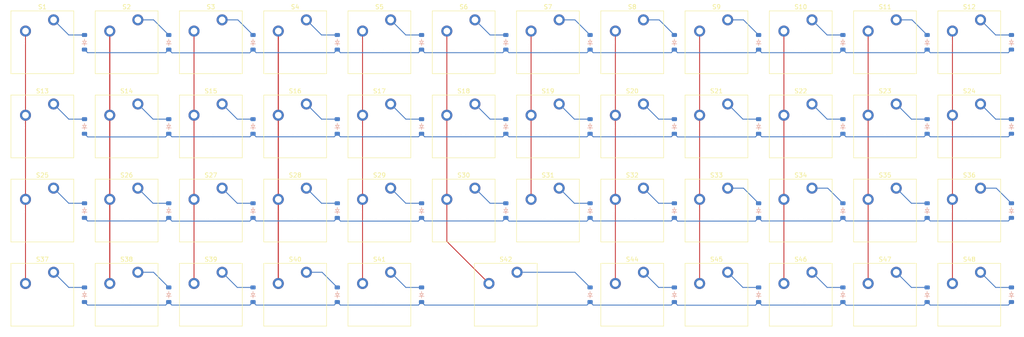
<source format=kicad_pcb>
(kicad_pcb (version 20241229) (generator "pcbnew") (generator_version "9.0")
  (layers (0 "F.Cu" signal) (2 "B.Cu" signal) (13 "F.Paste" user) (15 "B.Paste" user) (5 "F.SilkS" user "F.Silkscreen") (7 "B.SilkS" user "B.Silkscreen") (1 "F.Mask" user) (3 "B.Mask" user) (25 "Edge.Cuts" user))
  (net 0 "")
  (net 1 "Net-(D1-A)")
  (net 2 "Net-(D1-K)")
  (net 3 "Net-(D2-A)")
  (net 4 "Net-(D3-A)")
  (net 5 "Net-(D4-A)")
  (net 6 "Net-(D5-A)")
  (net 7 "Net-(D6-A)")
  (net 8 "Net-(D7-A)")
  (net 9 "Net-(D8-A)")
  (net 10 "Net-(D9-A)")
  (net 11 "Net-(D10-A)")
  (net 12 "Net-(D11-A)")
  (net 13 "Net-(D12-A)")
  (net 14 "Net-(D13-K)")
  (net 15 "Net-(D13-A)")
  (net 16 "Net-(D14-A)")
  (net 17 "Net-(D15-A)")
  (net 18 "Net-(D16-A)")
  (net 19 "Net-(D17-A)")
  (net 20 "Net-(D18-A)")
  (net 21 "Net-(D19-A)")
  (net 22 "Net-(D20-A)")
  (net 23 "Net-(D21-A)")
  (net 24 "Net-(D22-A)")
  (net 25 "Net-(D23-A)")
  (net 26 "Net-(D24-A)")
  (net 27 "Net-(D25-A)")
  (net 28 "Net-(D25-K)")
  (net 29 "Net-(D26-A)")
  (net 30 "Net-(D27-A)")
  (net 31 "Net-(D28-A)")
  (net 32 "Net-(D29-A)")
  (net 33 "Net-(D30-A)")
  (net 34 "Net-(D31-A)")
  (net 35 "Net-(D32-A)")
  (net 36 "Net-(D33-A)")
  (net 37 "Net-(D34-A)")
  (net 38 "Net-(D35-A)")
  (net 39 "Net-(D36-A)")
  (net 40 "Net-(D37-A)")
  (net 41 "Net-(D37-K)")
  (net 42 "Net-(D38-A)")
  (net 43 "Net-(D39-A)")
  (net 44 "Net-(D40-A)")
  (net 45 "Net-(D41-A)")
  (net 46 "Net-(D42-A)")
  (net 47 "Net-(D44-A)")
  (net 48 "Net-(D45-A)")
  (net 49 "Net-(D46-A)")
  (net 50 "Net-(D47-A)")
  (net 51 "Net-(D48-A)")
  (net 52 "Net-(S1-Pad1)")
  (net 53 "Net-(S14-Pad1)")
  (net 54 "Net-(S15-Pad1)")
  (net 55 "Net-(S16-Pad1)")
  (net 56 "Net-(S17-Pad1)")
  (net 57 "Net-(S18-Pad1)")
  (net 58 "Net-(S19-Pad1)")
  (net 59 "Net-(S20-Pad1)")
  (net 60 "Net-(S21-Pad1)")
  (net 61 "Net-(S10-Pad1)")
  (net 62 "Net-(S11-Pad1)")
  (net 63 "Net-(S12-Pad1)")
  (footprint "ScottoKeebs_MX:MX_PCB_1.00u" (layer "F.Cu") (at 157.1625 109.5375)
    (property "Reference" "S31")
    (property "Value" "Keyswitch")
  )
  (footprint "ScottoKeebs_MX:MX_PCB_1.00u" (layer "F.Cu") (at 80.9625 109.5375)
    (property "Reference" "S27")
    (property "Value" "Keyswitch")
  )
  (footprint "ScottoKeebs_MX:MX_PCB_1.00u" (layer "F.Cu") (at 61.9125 90.4875)
    (property "Reference" "S14")
    (property "Value" "Keyswitch")
  )
  (footprint "ScottoKeebs_MX:MX_PCB_1.00u" (layer "F.Cu") (at 61.9125 128.5875)
    (property "Reference" "S38")
    (property "Value" "Keyswitch")
  )
  (footprint "ScottoKeebs_MX:MX_PCB_1.00u" (layer "F.Cu") (at 100.0125 128.5875)
    (property "Reference" "S40")
    (property "Value" "Keyswitch")
  )
  (footprint "ScottoKeebs_MX:MX_PCB_1.00u" (layer "F.Cu") (at 119.0625 90.4875)
    (property "Reference" "S17")
    (property "Value" "Keyswitch")
  )
  (footprint "ScottoKeebs_MX:MX_PCB_1.00u" (layer "F.Cu") (at 80.9625 90.4875)
    (property "Reference" "S15")
    (property "Value" "Keyswitch")
  )
  (footprint "ScottoKeebs_MX:MX_PCB_1.00u" (layer "F.Cu") (at 233.3625 128.5875)
    (property "Reference" "S47")
    (property "Value" "Keyswitch")
  )
  (footprint "ScottoKeebs_MX:MX_PCB_2.00u" (layer "F.Cu") (at 147.6375 128.5875)
    (property "Reference" "S42")
    (property "Value" "Keyswitch")
  )
  (footprint "ScottoKeebs_MX:MX_PCB_1.00u" (layer "F.Cu") (at 195.2625 71.4375)
    (property "Reference" "S9")
    (property "Value" "Keyswitch")
  )
  (footprint "ScottoKeebs_MX:MX_PCB_1.00u" (layer "F.Cu") (at 176.2125 90.4875)
    (property "Reference" "S20")
    (property "Value" "Keyswitch")
  )
  (footprint "ScottoKeebs_MX:MX_PCB_1.00u" (layer "F.Cu") (at 252.4125 90.4875)
    (property "Reference" "S24")
    (property "Value" "Keyswitch")
  )
  (footprint "ScottoKeebs_MX:MX_PCB_1.00u" (layer "F.Cu") (at 42.8625 71.4375)
    (property "Reference" "S1")
    (property "Value" "Keyswitch")
  )
  (footprint "ScottoKeebs_MX:MX_PCB_1.00u" (layer "F.Cu") (at 214.3125 128.5875)
    (property "Reference" "S46")
    (property "Value" "Keyswitch")
  )
  (footprint "ScottoKeebs_MX:MX_PCB_1.00u" (layer "F.Cu") (at 119.0625 109.5375)
    (property "Reference" "S29")
    (property "Value" "Keyswitch")
  )
  (footprint "ScottoKeebs_MX:MX_PCB_1.00u" (layer "F.Cu") (at 195.2625 109.5375)
    (property "Reference" "S33")
    (property "Value" "Keyswitch")
  )
  (footprint "ScottoKeebs_MX:MX_PCB_1.00u" (layer "F.Cu") (at 61.9125 71.4375)
    (property "Reference" "S2")
    (property "Value" "Keyswitch")
  )
  (footprint "ScottoKeebs_MX:MX_PCB_1.00u" (layer "F.Cu") (at 157.1625 90.4875)
    (property "Reference" "S19")
    (property "Value" "Keyswitch")
  )
  (footprint "ScottoKeebs_MX:MX_PCB_1.00u" (layer "F.Cu") (at 176.2125 71.4375)
    (property "Reference" "S8")
    (property "Value" "Keyswitch")
  )
  (footprint "ScottoKeebs_MX:MX_PCB_1.00u" (layer "F.Cu") (at 195.2625 128.5875)
    (property "Reference" "S45")
    (property "Value" "Keyswitch")
  )
  (footprint "ScottoKeebs_MX:MX_PCB_1.00u" (layer "F.Cu") (at 176.2125 109.5375)
    (property "Reference" "S32")
    (property "Value" "Keyswitch")
  )
  (footprint "ScottoKeebs_MX:MX_PCB_1.00u" (layer "F.Cu") (at 233.3625 109.5375)
    (property "Reference" "S35")
    (property "Value" "Keyswitch")
  )
  (footprint "ScottoKeebs_MX:MX_PCB_1.00u" (layer "F.Cu") (at 195.2625 90.4875)
    (property "Reference" "S21")
    (property "Value" "Keyswitch")
  )
  (footprint "ScottoKeebs_MX:MX_PCB_1.00u" (layer "F.Cu") (at 138.1125 71.4375)
    (property "Reference" "S6")
    (property "Value" "Keyswitch")
  )
  (footprint "ScottoKeebs_MX:MX_PCB_1.00u" (layer "F.Cu") (at 233.3625 71.4375)
    (property "Reference" "S11")
    (property "Value" "Keyswitch")
  )
  (footprint "ScottoKeebs_MX:MX_PCB_1.00u" (layer "F.Cu") (at 214.3125 109.5375)
    (property "Reference" "S34")
    (property "Value" "Keyswitch")
  )
  (footprint "ScottoKeebs_MX:MX_PCB_1.00u" (layer "F.Cu") (at 42.8625 90.4875)
    (property "Reference" "S13")
    (property "Value" "Keyswitch")
  )
  (footprint "ScottoKeebs_MX:MX_PCB_1.00u" (layer "F.Cu") (at 42.8625 128.5875)
    (property "Reference" "S37")
    (property "Value" "Keyswitch")
  )
  (footprint "ScottoKeebs_MX:MX_PCB_1.00u" (layer "F.Cu") (at 119.0625 71.4375)
    (property "Reference" "S5")
    (property "Value" "Keyswitch")
  )
  (footprint "ScottoKeebs_MX:MX_PCB_1.00u" (layer "F.Cu") (at 252.4125 71.4375)
    (property "Reference" "S12")
    (property "Value" "Keyswitch")
  )
  (footprint "ScottoKeebs_MX:MX_PCB_1.00u" (layer "F.Cu") (at 100.0125 71.4375)
    (property "Reference" "S4")
    (property "Value" "Keyswitch")
  )
  (footprint "ScottoKeebs_MX:MX_PCB_1.00u" (layer "F.Cu") (at 138.1125 90.4875)
    (property "Reference" "S18")
    (property "Value" "Keyswitch")
  )
  (footprint "ScottoKeebs_MX:MX_PCB_1.00u" (layer "F.Cu") (at 100.0125 109.5375)
    (property "Reference" "S28")
    (property "Value" "Keyswitch")
  )
  (footprint "ScottoKeebs_MX:MX_PCB_1.00u" (layer "F.Cu") (at 252.4125 109.5375)
    (property "Reference" "S36")
    (property "Value" "Keyswitch")
  )
  (footprint "ScottoKeebs_MX:MX_PCB_1.00u" (layer "F.Cu") (at 233.3625 90.4875)
    (property "Reference" "S23")
    (property "Value" "Keyswitch")
  )
  (footprint "ScottoKeebs_MX:MX_PCB_1.00u" (layer "F.Cu") (at 138.1125 109.5375)
    (property "Reference" "S30")
    (property "Value" "Keyswitch")
  )
  (footprint "ScottoKeebs_MX:MX_PCB_1.00u" (layer "F.Cu") (at 100.0125 90.4875)
    (property "Reference" "S16")
    (property "Value" "Keyswitch")
  )
  (footprint "ScottoKeebs_MX:MX_PCB_1.00u" (layer "F.Cu") (at 61.9125 109.5375)
    (property "Reference" "S26")
    (property "Value" "Keyswitch")
  )
  (footprint "ScottoKeebs_MX:MX_PCB_1.00u" (layer "F.Cu") (at 176.2125 128.5875)
    (property "Reference" "S44")
    (property "Value" "Keyswitch")
  )
  (footprint "ScottoKeebs_MX:MX_PCB_1.00u" (layer "F.Cu") (at 214.3125 90.4875)
    (property "Reference" "S22")
    (property "Value" "Keyswitch")
  )
  (footprint "ScottoKeebs_MX:MX_PCB_1.00u" (layer "F.Cu") (at 214.3125 71.4375)
    (property "Reference" "S10")
    (property "Value" "Keyswitch")
  )
  (footprint "ScottoKeebs_MX:MX_PCB_1.00u" (layer "F.Cu") (at 80.9625 128.5875)
    (property "Reference" "S39")
    (property "Value" "Keyswitch")
  )
  (footprint "ScottoKeebs_MX:MX_PCB_1.00u" (layer "F.Cu") (at 252.4125 128.5875)
    (property "Reference" "S48")
    (property "Value" "Keyswitch")
  )
  (footprint "ScottoKeebs_MX:MX_PCB_1.00u" (layer "F.Cu") (at 42.8625 109.5375)
    (property "Reference" "S25")
    (property "Value" "Keyswitch")
  )
  (footprint "ScottoKeebs_MX:MX_PCB_1.00u" (layer "F.Cu") (at 80.9625 71.4375)
    (property "Reference" "S3")
    (property "Value" "Keyswitch")
  )
  (footprint "ScottoKeebs_MX:MX_PCB_1.00u" (layer "F.Cu") (at 119.0625 128.5875)
    (property "Reference" "S41")
    (property "Value" "Keyswitch")
  )
  (footprint "ScottoKeebs_MX:MX_PCB_1.00u" (layer "F.Cu") (at 157.1625 71.4375)
    (property "Reference" "S7")
    (property "Value" "Keyswitch")
  )
  (footprint "ScottoKeebs_Components:Diode_SOD-123" (layer "B.Cu") (at 166.6875 109.5375 90)
    (property "Reference" "D31" (hide yes))
    (property "Value" "Diode")
  )
  (footprint "ScottoKeebs_Components:Diode_SOD-123" (layer "B.Cu") (at 185.7375 109.5375 90)
    (property "Reference" "D32" (hide yes))
    (property "Value" "Diode")
  )
  (footprint "ScottoKeebs_Components:Diode_SOD-123" (layer "B.Cu") (at 90.4875 109.5375 90)
    (property "Reference" "D27" (hide yes))
    (property "Value" "Diode")
  )
  (footprint "ScottoKeebs_Components:Diode_SOD-123" (layer "B.Cu") (at 166.6875 128.5875 90)
    (property "Reference" "D42" (hide yes))
    (property "Value" "Diode")
  )
  (footprint "ScottoKeebs_Components:Diode_SOD-123" (layer "B.Cu") (at 242.8875 71.4375 90)
    (property "Reference" "D11" (hide yes))
    (property "Value" "Diode")
  )
  (footprint "ScottoKeebs_Components:Diode_SOD-123" (layer "B.Cu") (at 261.9375 109.5375 90)
    (property "Reference" "D36" (hide yes))
    (property "Value" "Diode")
  )
  (footprint "ScottoKeebs_Components:Diode_SOD-123" (layer "B.Cu") (at 185.7375 128.5875 90)
    (property "Reference" "D44" (hide yes))
    (property "Value" "Diode")
  )
  (footprint "ScottoKeebs_Components:Diode_SOD-123" (layer "B.Cu") (at 261.9375 128.5875 90)
    (property "Reference" "D48" (hide yes))
    (property "Value" "Diode")
  )
  (footprint "ScottoKeebs_Components:Diode_SOD-123" (layer "B.Cu") (at 52.3875 90.4875 90)
    (property "Reference" "D13" (hide yes))
    (property "Value" "Diode")
  )
  (footprint "ScottoKeebs_Components:Diode_SOD-123" (layer "B.Cu") (at 128.5875 109.5375 90)
    (property "Reference" "D29" (hide yes))
    (property "Value" "Diode")
  )
  (footprint "ScottoKeebs_Components:Diode_SOD-123" (layer "B.Cu") (at 109.5375 71.4375 90)
    (property "Reference" "D4" (hide yes))
    (property "Value" "Diode")
  )
  (footprint "ScottoKeebs_Components:Diode_SOD-123" (layer "B.Cu") (at 90.4875 71.4375 90)
    (property "Reference" "D3" (hide yes))
    (property "Value" "Diode")
  )
  (footprint "ScottoKeebs_Components:Diode_SOD-123" (layer "B.Cu") (at 52.3875 71.4375 90)
    (property "Reference" "D1" (hide yes))
    (property "Value" "Diode")
  )
  (footprint "ScottoKeebs_Components:Diode_SOD-123" (layer "B.Cu") (at 90.4875 128.5875 90)
    (property "Reference" "D39" (hide yes))
    (property "Value" "Diode")
  )
  (footprint "ScottoKeebs_Components:Diode_SOD-123" (layer "B.Cu") (at 71.4375 71.4375 90)
    (property "Reference" "D2" (hide yes))
    (property "Value" "Diode")
  )
  (footprint "ScottoKeebs_Components:Diode_SOD-123" (layer "B.Cu") (at 147.6375 90.4875 90)
    (property "Reference" "D18" (hide yes))
    (property "Value" "Diode")
  )
  (footprint "ScottoKeebs_Components:Diode_SOD-123" (layer "B.Cu") (at 242.8875 128.5875 90)
    (property "Reference" "D47" (hide yes))
    (property "Value" "Diode")
  )
  (footprint "ScottoKeebs_Components:Diode_SOD-123" (layer "B.Cu") (at 71.4375 90.4875 90)
    (property "Reference" "D14" (hide yes))
    (property "Value" "Diode")
  )
  (footprint "ScottoKeebs_Components:Diode_SOD-123" (layer "B.Cu") (at 71.4375 128.5875 90)
    (property "Reference" "D38" (hide yes))
    (property "Value" "Diode")
  )
  (footprint "ScottoKeebs_Components:Diode_SOD-123" (layer "B.Cu") (at 223.8375 128.5875 90)
    (property "Reference" "D46" (hide yes))
    (property "Value" "Diode")
  )
  (footprint "ScottoKeebs_Components:Diode_SOD-123" (layer "B.Cu") (at 242.8875 90.4875 90)
    (property "Reference" "D23" (hide yes))
    (property "Value" "Diode")
  )
  (footprint "ScottoKeebs_Components:Diode_SOD-123" (layer "B.Cu") (at 261.9375 90.4875 90)
    (property "Reference" "D24" (hide yes))
    (property "Value" "Diode")
  )
  (footprint "ScottoKeebs_Components:Diode_SOD-123" (layer "B.Cu") (at 223.8375 90.4875 90)
    (property "Reference" "D22" (hide yes))
    (property "Value" "Diode")
  )
  (footprint "ScottoKeebs_Components:Diode_SOD-123" (layer "B.Cu") (at 242.8875 109.5375 90)
    (property "Reference" "D35" (hide yes))
    (property "Value" "Diode")
  )
  (footprint "ScottoKeebs_Components:Diode_SOD-123" (layer "B.Cu") (at 185.7375 90.4875 90)
    (property "Reference" "D20" (hide yes))
    (property "Value" "Diode")
  )
  (footprint "ScottoKeebs_Components:Diode_SOD-123" (layer "B.Cu") (at 71.4375 109.5375 90)
    (property "Reference" "D26" (hide yes))
    (property "Value" "Diode")
  )
  (footprint "ScottoKeebs_Components:Diode_SOD-123" (layer "B.Cu") (at 204.7875 90.4875 90)
    (property "Reference" "D21" (hide yes))
    (property "Value" "Diode")
  )
  (footprint "ScottoKeebs_Components:Diode_SOD-123" (layer "B.Cu") (at 128.5875 128.5875 90)
    (property "Reference" "D41" (hide yes))
    (property "Value" "Diode")
  )
  (footprint "ScottoKeebs_Components:Diode_SOD-123" (layer "B.Cu") (at 204.7875 109.5375 90)
    (property "Reference" "D33" (hide yes))
    (property "Value" "Diode")
  )
  (footprint "ScottoKeebs_Components:Diode_SOD-123" (layer "B.Cu") (at 223.8375 71.4375 90)
    (property "Reference" "D10" (hide yes))
    (property "Value" "Diode")
  )
  (footprint "ScottoKeebs_Components:Diode_SOD-123" (layer "B.Cu") (at 52.3875 128.5875 90)
    (property "Reference" "D37" (hide yes))
    (property "Value" "Diode")
  )
  (footprint "ScottoKeebs_Components:Diode_SOD-123" (layer "B.Cu") (at 109.5375 90.4875 90)
    (property "Reference" "D16" (hide yes))
    (property "Value" "Diode")
  )
  (footprint "ScottoKeebs_Components:Diode_SOD-123" (layer "B.Cu") (at 109.5375 128.5875 90)
    (property "Reference" "D40" (hide yes))
    (property "Value" "Diode")
  )
  (footprint "ScottoKeebs_Components:Diode_SOD-123" (layer "B.Cu") (at 147.6375 109.5375 90)
    (property "Reference" "D30" (hide yes))
    (property "Value" "Diode")
  )
  (footprint "ScottoKeebs_Components:Diode_SOD-123" (layer "B.Cu") (at 90.4875 90.4875 90)
    (property "Reference" "D15" (hide yes))
    (property "Value" "Diode")
  )
  (footprint "ScottoKeebs_Components:Diode_SOD-123" (layer "B.Cu") (at 204.7875 128.5875 90)
    (property "Reference" "D45" (hide yes))
    (property "Value" "Diode")
  )
  (footprint "ScottoKeebs_Components:Diode_SOD-123" (layer "B.Cu") (at 128.5875 90.4875 90)
    (property "Reference" "D17" (hide yes))
    (property "Value" "Diode")
  )
  (footprint "ScottoKeebs_Components:Diode_SOD-123" (layer "B.Cu") (at 166.6875 71.4375 90)
    (property "Reference" "D7" (hide yes))
    (property "Value" "Diode")
  )
  (footprint "ScottoKeebs_Components:Diode_SOD-123" (layer "B.Cu") (at 261.9375 71.4375 90)
    (property "Reference" "D12" (hide yes))
    (property "Value" "Diode")
  )
  (footprint "ScottoKeebs_Components:Diode_SOD-123" (layer "B.Cu") (at 185.7375 71.4375 90)
    (property "Reference" "D8" (hide yes))
    (property "Value" "Diode")
  )
  (footprint "ScottoKeebs_Components:Diode_SOD-123" (layer "B.Cu") (at 52.3875 109.5375 90)
    (property "Reference" "D25" (hide yes))
    (property "Value" "Diode")
  )
  (footprint "ScottoKeebs_Components:Diode_SOD-123" (layer "B.Cu") (at 204.7875 71.4375 90)
    (property "Reference" "D9" (hide yes))
    (property "Value" "Diode")
  )
  (footprint "ScottoKeebs_Components:Diode_SOD-123" (layer "B.Cu") (at 109.5375 109.5375 90)
    (property "Reference" "D28" (hide yes))
    (property "Value" "Diode")
  )
  (footprint "ScottoKeebs_Components:Diode_SOD-123" (layer "B.Cu") (at 166.6875 90.4875 90)
    (property "Reference" "D19" (hide yes))
    (property "Value" "Diode")
  )
  (footprint "ScottoKeebs_Components:Diode_SOD-123" (layer "B.Cu") (at 128.5875 71.4375 90)
    (property "Reference" "D5" (hide yes))
    (property "Value" "Diode")
  )
  (footprint "ScottoKeebs_Components:Diode_SOD-123" (layer "B.Cu") (at 223.8375 109.5375 90)
    (property "Reference" "D34" (hide yes))
    (property "Value" "Diode")
  )
  (footprint "ScottoKeebs_Components:Diode_SOD-123" (layer "B.Cu") (at 147.6375 71.4375 90)
    (property "Reference" "D6" (hide yes))
    (property "Value" "Diode")
  )
  (segment (start 48.8325 69.7875) (end 52.3875 69.7875) (width 0.2) (layer "B.Cu") (net 1))
  (segment (start 45.4025 66.3575) (end 48.8325 69.7875) (width 0.2) (layer "B.Cu") (net 1))
  (segment (start 261.2365 73.7885) (end 243.5885 73.7885) (width 0.2) (layer "B.Cu") (net 2))
  (segment (start 204.0865 73.7885) (end 204.7875 73.0875) (width 0.2) (layer "B.Cu") (net 2))
  (segment (start 165.9865 73.7885) (end 166.6875 73.0875) (width 0.2) (layer "B.Cu") (net 2))
  (segment (start 185.0365 73.7885) (end 167.3885 73.7885) (width 0.2) (layer "B.Cu") (net 2))
  (segment (start 128.5875 73.0875) (end 129.2885 73.7885) (width 0.2) (layer "B.Cu") (net 2))
  (segment (start 90.4875 73.0875) (end 91.1885 73.7885) (width 0.2) (layer "B.Cu") (net 2))
  (segment (start 261.9375 73.0875) (end 261.2365 73.7885) (width 0.2) (layer "B.Cu") (net 2))
  (segment (start 127.8865 73.7885) (end 110.2385 73.7885) (width 0.2) (layer "B.Cu") (net 2))
  (segment (start 110.2385 73.7885) (end 109.5375 73.0875) (width 0.2) (layer "B.Cu") (net 2))
  (segment (start 147.6375 73.0875) (end 148.3385 73.7885) (width 0.2) (layer "B.Cu") (net 2))
  (segment (start 223.8375 73.0875) (end 224.5385 73.7885) (width 0.2) (layer "B.Cu") (net 2))
  (segment (start 224.5385 73.7885) (end 242.1865 73.7885) (width 0.2) (layer "B.Cu") (net 2))
  (segment (start 242.1865 73.7885) (end 242.8875 73.0875) (width 0.2) (layer "B.Cu") (net 2))
  (segment (start 89.75625 73.81875) (end 90.4875 73.0875) (width 0.2) (layer "B.Cu") (net 2))
  (segment (start 223.1365 73.7885) (end 205.4885 73.7885) (width 0.2) (layer "B.Cu") (net 2))
  (segment (start 205.4885 73.7885) (end 204.7875 73.0875) (width 0.2) (layer "B.Cu") (net 2))
  (segment (start 53.0885 73.7885) (end 70.7365 73.7885) (width 0.2) (layer "B.Cu") (net 2))
  (segment (start 186.4385 73.7885) (end 204.0865 73.7885) (width 0.2) (layer "B.Cu") (net 2))
  (segment (start 146.9365 73.7885) (end 147.6375 73.0875) (width 0.2) (layer "B.Cu") (net 2))
  (segment (start 223.8375 73.0875) (end 223.1365 73.7885) (width 0.2) (layer "B.Cu") (net 2))
  (segment (start 70.7365 73.7885) (end 71.4375 73.0875) (width 0.2) (layer "B.Cu") (net 2))
  (segment (start 167.3885 73.7885) (end 166.6875 73.0875) (width 0.2) (layer "B.Cu") (net 2))
  (segment (start 148.3385 73.7885) (end 165.9865 73.7885) (width 0.2) (layer "B.Cu") (net 2))
  (segment (start 243.5885 73.7885) (end 242.8875 73.0875) (width 0.2) (layer "B.Cu") (net 2))
  (segment (start 185.7375 73.0875) (end 185.0365 73.7885) (width 0.2) (layer "B.Cu") (net 2))
  (segment (start 52.3875 73.0875) (end 53.0885 73.7885) (width 0.2) (layer "B.Cu") (net 2))
  (segment (start 72.16875 73.81875) (end 89.75625 73.81875) (width 0.2) (layer "B.Cu") (net 2))
  (segment (start 129.2885 73.7885) (end 146.9365 73.7885) (width 0.2) (layer "B.Cu") (net 2))
  (segment (start 71.4375 73.0875) (end 72.16875 73.81875) (width 0.2) (layer "B.Cu") (net 2))
  (segment (start 128.5875 73.0875) (end 127.8865 73.7885) (width 0.2) (layer "B.Cu") (net 2))
  (segment (start 185.7375 73.0875) (end 186.4385 73.7885) (width 0.2) (layer "B.Cu") (net 2))
  (segment (start 108.8365 73.7885) (end 109.5375 73.0875) (width 0.2) (layer "B.Cu") (net 2))
  (segment (start 91.1885 73.7885) (end 108.8365 73.7885) (width 0.2) (layer "B.Cu") (net 2))
  (segment (start 68.0075 66.3575) (end 71.4375 69.7875) (width 0.2) (layer "B.Cu") (net 3))
  (segment (start 64.4525 66.3575) (end 68.0075 66.3575) (width 0.2) (layer "B.Cu") (net 3))
  (segment (start 83.5025 66.3575) (end 87.0575 66.3575) (width 0.2) (layer "B.Cu") (net 4))
  (segment (start 87.0575 66.3575) (end 90.4875 69.7875) (width 0.2) (layer "B.Cu") (net 4))
  (segment (start 102.5525 66.3575) (end 105.9825 69.7875) (width 0.2) (layer "B.Cu") (net 5))
  (segment (start 105.9825 69.7875) (end 109.5375 69.7875) (width 0.2) (layer "B.Cu") (net 5))
  (segment (start 125.0325 69.7875) (end 128.5875 69.7875) (width 0.2) (layer "B.Cu") (net 6))
  (segment (start 121.6025 66.3575) (end 125.0325 69.7875) (width 0.2) (layer "B.Cu") (net 6))
  (segment (start 144.0825 69.7875) (end 147.6375 69.7875) (width 0.2) (layer "B.Cu") (net 7))
  (segment (start 140.6525 66.3575) (end 144.0825 69.7875) (width 0.2) (layer "B.Cu") (net 7))
  (segment (start 159.7025 66.3575) (end 163.2575 66.3575) (width 0.2) (layer "B.Cu") (net 8))
  (segment (start 163.2575 66.3575) (end 166.6875 69.7875) (width 0.2) (layer "B.Cu") (net 8))
  (segment (start 178.7525 66.3575) (end 182.3075 66.3575) (width 0.2) (layer "B.Cu") (net 9))
  (segment (start 182.3075 66.3575) (end 185.7375 69.7875) (width 0.2) (layer "B.Cu") (net 9))
  (segment (start 197.8025 66.3575) (end 201.3575 66.3575) (width 0.2) (layer "B.Cu") (net 10))
  (segment (start 201.3575 66.3575) (end 204.7875 69.7875) (width 0.2) (layer "B.Cu") (net 10))
  (segment (start 216.8525 66.3575) (end 220.2825 69.7875) (width 0.2) (layer "B.Cu") (net 11))
  (segment (start 220.2825 69.7875) (end 223.8375 69.7875) (width 0.2) (layer "B.Cu") (net 11))
  (segment (start 239.4575 66.3575) (end 242.8875 69.7875) (width 0.2) (layer "B.Cu") (net 12))
  (segment (start 235.9025 66.3575) (end 239.4575 66.3575) (width 0.2) (layer "B.Cu") (net 12))
  (segment (start 254.9525 66.3575) (end 258.3825 69.7875) (width 0.2) (layer "B.Cu") (net 13))
  (segment (start 258.3825 69.7875) (end 261.9375 69.7875) (width 0.2) (layer "B.Cu") (net 13))
  (segment (start 205.4885 92.8385) (end 223.1365 92.8385) (width 0.2) (layer "B.Cu") (net 14))
  (segment (start 185.7375 92.1375) (end 186.46875 92.86875) (width 0.2) (layer "B.Cu") (net 14))
  (segment (start 167.3885 92.8385) (end 185.0365 92.8385) (width 0.2) (layer "B.Cu") (net 14))
  (segment (start 224.5385 92.8385) (end 223.8375 92.1375) (width 0.2) (layer "B.Cu") (net 14))
  (segment (start 108.8365 92.8385) (end 109.5375 92.1375) (width 0.2) (layer "B.Cu") (net 14))
  (segment (start 71.4375 92.1375) (end 72.1385 92.8385) (width 0.2) (layer "B.Cu") (net 14))
  (segment (start 90.4875 92.1375) (end 91.1885 92.8385) (width 0.2) (layer "B.Cu") (net 14))
  (segment (start 165.9865 92.8385) (end 148.3385 92.8385) (width 0.2) (layer "B.Cu") (net 14))
  (segment (start 242.1865 92.8385) (end 224.5385 92.8385) (width 0.2) (layer "B.Cu") (net 14))
  (segment (start 242.8875 92.1375) (end 243.5885 92.8385) (width 0.2) (layer "B.Cu") (net 14))
  (segment (start 204.05625 92.86875) (end 204.7875 92.1375) (width 0.2) (layer "B.Cu") (net 14))
  (segment (start 91.1885 92.8385) (end 108.8365 92.8385) (width 0.2) (layer "B.Cu") (net 14))
  (segment (start 72.1385 92.8385) (end 89.7865 92.8385) (width 0.2) (layer "B.Cu") (net 14))
  (segment (start 204.7875 92.1375) (end 205.4885 92.8385) (width 0.2) (layer "B.Cu") (net 14))
  (segment (start 129.2885 92.8385) (end 146.9365 92.8385) (width 0.2) (layer "B.Cu") (net 14))
  (segment (start 166.6875 92.1375) (end 167.3885 92.8385) (width 0.2) (layer "B.Cu") (net 14))
  (segment (start 261.2365 92.8385) (end 261.9375 92.1375) (width 0.2) (layer "B.Cu") (net 14))
  (segment (start 109.5375 92.1375) (end 110.2385 92.8385) (width 0.2) (layer "B.Cu") (net 14))
  (segment (start 52.3875 92.1375) (end 53.11875 92.86875) (width 0.2) (layer "B.Cu") (net 14))
  (segment (start 110.2385 92.8385) (end 127.8865 92.8385) (width 0.2) (layer "B.Cu") (net 14))
  (segment (start 146.9365 92.8385) (end 147.6375 92.1375) (width 0.2) (layer "B.Cu") (net 14))
  (segment (start 243.5885 92.8385) (end 261.2365 92.8385) (width 0.2) (layer "B.Cu") (net 14))
  (segment (start 223.1365 92.8385) (end 223.8375 92.1375) (width 0.2) (layer "B.Cu") (net 14))
  (segment (start 53.11875 92.86875) (end 70.70625 92.86875) (width 0.2) (layer "B.Cu") (net 14))
  (segment (start 148.3385 92.8385) (end 147.6375 92.1375) (width 0.2) (layer "B.Cu") (net 14))
  (segment (start 242.8875 92.1375) (end 242.1865 92.8385) (width 0.2) (layer "B.Cu") (net 14))
  (segment (start 128.5875 92.1375) (end 129.2885 92.8385) (width 0.2) (layer "B.Cu") (net 14))
  (segment (start 186.46875 92.86875) (end 204.05625 92.86875) (width 0.2) (layer "B.Cu") (net 14))
  (segment (start 166.6875 92.1375) (end 165.9865 92.8385) (width 0.2) (layer "B.Cu") (net 14))
  (segment (start 70.70625 92.86875) (end 71.4375 92.1375) (width 0.2) (layer "B.Cu") (net 14))
  (segment (start 89.7865 92.8385) (end 90.4875 92.1375) (width 0.2) (layer "B.Cu") (net 14))
  (segment (start 127.8865 92.8385) (end 128.5875 92.1375) (width 0.2) (layer "B.Cu") (net 14))
  (segment (start 185.0365 92.8385) (end 185.7375 92.1375) (width 0.2) (layer "B.Cu") (net 14))
  (segment (start 45.4025 85.4075) (end 48.8325 88.8375) (width 0.2) (layer "B.Cu") (net 15))
  (segment (start 48.8325 88.8375) (end 52.3875 88.8375) (width 0.2) (layer "B.Cu") (net 15))
  (segment (start 67.8825 88.8375) (end 71.4375 88.8375) (width 0.2) (layer "B.Cu") (net 16))
  (segment (start 64.4525 85.4075) (end 67.8825 88.8375) (width 0.2) (layer "B.Cu") (net 16))
  (segment (start 86.9325 88.8375) (end 90.4875 88.8375) (width 0.2) (layer "B.Cu") (net 17))
  (segment (start 83.5025 85.4075) (end 86.9325 88.8375) (width 0.2) (layer "B.Cu") (net 17))
  (segment (start 105.9825 88.8375) (end 109.5375 88.8375) (width 0.2) (layer "B.Cu") (net 18))
  (segment (start 102.5525 85.4075) (end 105.9825 88.8375) (width 0.2) (layer "B.Cu") (net 18))
  (segment (start 121.6025 85.4075) (end 125.0325 88.8375) (width 0.2) (layer "B.Cu") (net 19))
  (segment (start 125.0325 88.8375) (end 128.5875 88.8375) (width 0.2) (layer "B.Cu") (net 19))
  (segment (start 140.6525 85.4075) (end 144.0825 88.8375) (width 0.2) (layer "B.Cu") (net 20))
  (segment (start 144.0825 88.8375) (end 147.6375 88.8375) (width 0.2) (layer "B.Cu") (net 20))
  (segment (start 163.1325 88.8375) (end 166.6875 88.8375) (width 0.2) (layer "B.Cu") (net 21))
  (segment (start 159.7025 85.4075) (end 163.1325 88.8375) (width 0.2) (layer "B.Cu") (net 21))
  (segment (start 182.1825 88.8375) (end 185.7375 88.8375) (width 0.2) (layer "B.Cu") (net 22))
  (segment (start 178.7525 85.4075) (end 182.1825 88.8375) (width 0.2) (layer "B.Cu") (net 22))
  (segment (start 197.8025 85.4075) (end 201.2325 88.8375) (width 0.2) (layer "B.Cu") (net 23))
  (segment (start 201.2325 88.8375) (end 204.7875 88.8375) (width 0.2) (layer "B.Cu") (net 23))
  (segment (start 220.2825 88.8375) (end 223.8375 88.8375) (width 0.2) (layer "B.Cu") (net 24))
  (segment (start 216.8525 85.4075) (end 220.2825 88.8375) (width 0.2) (layer "B.Cu") (net 24))
  (segment (start 235.9025 85.4075) (end 239.3325 88.8375) (width 0.2) (layer "B.Cu") (net 25))
  (segment (start 239.3325 88.8375) (end 242.8875 88.8375) (width 0.2) (layer "B.Cu") (net 25))
  (segment (start 254.9525 85.4075) (end 258.3825 88.8375) (width 0.2) (layer "B.Cu") (net 26))
  (segment (start 258.3825 88.8375) (end 261.9375 88.8375) (width 0.2) (layer "B.Cu") (net 26))
  (segment (start 45.4025 104.4575) (end 48.8325 107.8875) (width 0.2) (layer "B.Cu") (net 27))
  (segment (start 48.8325 107.8875) (end 52.3875 107.8875) (width 0.2) (layer "B.Cu") (net 27))
  (segment (start 127.85625 111.91875) (end 128.5875 111.1875) (width 0.2) (layer "B.Cu") (net 28))
  (segment (start 147.6375 111.1875) (end 148.36875 111.91875) (width 0.2) (layer "B.Cu") (net 28))
  (segment (start 70.7365 111.8885) (end 71.4375 111.1875) (width 0.2) (layer "B.Cu") (net 28))
  (segment (start 185.0365 111.8885) (end 185.7375 111.1875) (width 0.2) (layer "B.Cu") (net 28))
  (segment (start 242.1865 111.8885) (end 242.8875 111.1875) (width 0.2) (layer "B.Cu") (net 28))
  (segment (start 243.5885 111.8885) (end 261.2365 111.8885) (width 0.2) (layer "B.Cu") (net 28))
  (segment (start 89.75625 111.91875) (end 90.4875 111.1875) (width 0.2) (layer "B.Cu") (net 28))
  (segment (start 261.2365 111.8885) (end 261.9375 111.1875) (width 0.2) (layer "B.Cu") (net 28))
  (segment (start 53.0885 111.8885) (end 70.7365 111.8885) (width 0.2) (layer "B.Cu") (net 28))
  (segment (start 109.5375 111.1875) (end 110.26875 111.91875) (width 0.2) (layer "B.Cu") (net 28))
  (segment (start 147.6375 111.1875) (end 146.9365 111.8885) (width 0.2) (layer "B.Cu") (net 28))
  (segment (start 166.6875 111.1875) (end 167.3885 111.8885) (width 0.2) (layer "B.Cu") (net 28))
  (segment (start 148.36875 111.91875) (end 165.95625 111.91875) (width 0.2) (layer "B.Cu") (net 28))
  (segment (start 204.7875 111.1875) (end 205.4885 111.8885) (width 0.2) (layer "B.Cu") (net 28))
  (segment (start 224.5385 111.8885) (end 242.1865 111.8885) (width 0.2) (layer "B.Cu") (net 28))
  (segment (start 185.7375 111.1875) (end 186.46875 111.91875) (width 0.2) (layer "B.Cu") (net 28))
  (segment (start 223.8375 111.1875) (end 224.5385 111.8885) (width 0.2) (layer "B.Cu") (net 28))
  (segment (start 52.3875 111.1875) (end 53.0885 111.8885) (width 0.2) (layer "B.Cu") (net 28))
  (segment (start 242.8875 111.1875) (end 243.5885 111.8885) (width 0.2) (layer "B.Cu") (net 28))
  (segment (start 129.2885 111.8885) (end 128.5875 111.1875) (width 0.2) (layer "B.Cu") (net 28))
  (segment (start 205.4885 111.8885) (end 223.1365 111.8885) (width 0.2) (layer "B.Cu") (net 28))
  (segment (start 71.4375 111.1875) (end 72.16875 111.91875) (width 0.2) (layer "B.Cu") (net 28))
  (segment (start 91.1885 111.8885) (end 108.8365 111.8885) (width 0.2) (layer "B.Cu") (net 28))
  (segment (start 165.95625 111.91875) (end 166.6875 111.1875) (width 0.2) (layer "B.Cu") (net 28))
  (segment (start 108.8365 111.8885) (end 109.5375 111.1875) (width 0.2) (layer "B.Cu") (net 28))
  (segment (start 72.16875 111.91875) (end 89.75625 111.91875) (width 0.2) (layer "B.Cu") (net 28))
  (segment (start 223.1365 111.8885) (end 223.8375 111.1875) (width 0.2) (layer "B.Cu") (net 28))
  (segment (start 146.9365 111.8885) (end 129.2885 111.8885) (width 0.2) (layer "B.Cu") (net 28))
  (segment (start 90.4875 111.1875) (end 91.1885 111.8885) (width 0.2) (layer "B.Cu") (net 28))
  (segment (start 110.26875 111.91875) (end 127.85625 111.91875) (width 0.2) (layer "B.Cu") (net 28))
  (segment (start 204.05625 111.91875) (end 204.7875 111.1875) (width 0.2) (layer "B.Cu") (net 28))
  (segment (start 167.3885 111.8885) (end 185.0365 111.8885) (width 0.2) (layer "B.Cu") (net 28))
  (segment (start 186.46875 111.91875) (end 204.05625 111.91875) (width 0.2) (layer "B.Cu") (net 28))
  (segment (start 64.4525 104.4575) (end 67.8825 107.8875) (width 0.2) (layer "B.Cu") (net 29))
  (segment (start 67.8825 107.8875) (end 71.4375 107.8875) (width 0.2) (layer "B.Cu") (net 29))
  (segment (start 83.5025 104.4575) (end 86.9325 107.8875) (width 0.2) (layer "B.Cu") (net 30))
  (segment (start 86.9325 107.8875) (end 90.4875 107.8875) (width 0.2) (layer "B.Cu") (net 30))
  (segment (start 102.5525 104.4575) (end 105.9825 107.8875) (width 0.2) (layer "B.Cu") (net 31))
  (segment (start 105.9825 107.8875) (end 109.5375 107.8875) (width 0.2) (layer "B.Cu") (net 31))
  (segment (start 121.6025 104.4575) (end 125.0325 107.8875) (width 0.2) (layer "B.Cu") (net 32))
  (segment (start 125.0325 107.8875) (end 128.5875 107.8875) (width 0.2) (layer "B.Cu") (net 32))
  (segment (start 144.0825 107.8875) (end 147.6375 107.8875) (width 0.2) (layer "B.Cu") (net 33))
  (segment (start 140.6525 104.4575) (end 144.0825 107.8875) (width 0.2) (layer "B.Cu") (net 33))
  (segment (start 163.1325 107.8875) (end 166.6875 107.8875) (width 0.2) (layer "B.Cu") (net 34))
  (segment (start 159.7025 104.4575) (end 163.1325 107.8875) (width 0.2) (layer "B.Cu") (net 34))
  (segment (start 182.1825 107.8875) (end 185.7375 107.8875) (width 0.2) (layer "B.Cu") (net 35))
  (segment (start 178.7525 104.4575) (end 182.1825 107.8875) (width 0.2) (layer "B.Cu") (net 35))
  (segment (start 197.8025 104.4575) (end 201.3575 104.4575) (width 0.2) (layer "B.Cu") (net 36))
  (segment (start 201.3575 104.4575) (end 204.7875 107.8875) (width 0.2) (layer "B.Cu") (net 36))
  (segment (start 216.8525 104.4575) (end 220.4075 104.4575) (width 0.2) (layer "B.Cu") (net 37))
  (segment (start 220.4075 104.4575) (end 223.8375 107.8875) (width 0.2) (layer "B.Cu") (net 37))
  (segment (start 239.3325 107.8875) (end 242.8875 107.8875) (width 0.2) (layer "B.Cu") (net 38))
  (segment (start 235.9025 104.4575) (end 239.3325 107.8875) (width 0.2) (layer "B.Cu") (net 38))
  (segment (start 254.9525 104.4575) (end 258.5075 104.4575) (width 0.2) (layer "B.Cu") (net 39))
  (segment (start 258.5075 104.4575) (end 261.9375 107.8875) (width 0.2) (layer "B.Cu") (net 39))
  (segment (start 45.4025 123.5075) (end 48.8325 126.9375) (width 0.2) (layer "B.Cu") (net 40))
  (segment (start 48.8325 126.9375) (end 52.3875 126.9375) (width 0.2) (layer "B.Cu") (net 40))
  (segment (start 70.7365 130.9385) (end 53.0885 130.9385) (width 0.2) (layer "B.Cu") (net 41))
  (segment (start 91.1885 130.9385) (end 90.4875 130.2375) (width 0.2) (layer "B.Cu") (net 41))
  (segment (start 127.8865 130.9385) (end 110.2385 130.9385) (width 0.2) (layer "B.Cu") (net 41))
  (segment (start 165.9865 130.9385) (end 129.2885 130.9385) (width 0.2) (layer "B.Cu") (net 41))
  (segment (start 261.2365 130.9385) (end 243.5885 130.9385) (width 0.2) (layer "B.Cu") (net 41))
  (segment (start 243.5885 130.9385) (end 242.8875 130.2375) (width 0.2) (layer "B.Cu") (net 41))
  (segment (start 129.2885 130.9385) (end 128.5875 130.2375) (width 0.2) (layer "B.Cu") (net 41))
  (segment (start 261.9375 130.2375) (end 261.2365 130.9385) (width 0.2) (layer "B.Cu") (net 41))
  (segment (start 108.8365 130.9385) (end 91.1885 130.9385) (width 0.2) (layer "B.Cu") (net 41))
  (segment (start 204.05625 130.96875) (end 186.46875 130.96875) (width 0.2) (layer "B.Cu") (net 41))
  (segment (start 185.7375 130.2375) (end 185.0365 130.9385) (width 0.2) (layer "B.Cu") (net 41))
  (segment (start 205.4885 130.9385) (end 204.7875 130.2375) (width 0.2) (layer "B.Cu") (net 41))
  (segment (start 72.1385 130.9385) (end 71.4375 130.2375) (width 0.2) (layer "B.Cu") (net 41))
  (segment (start 204.7875 130.2375) (end 204.05625 130.96875) (width 0.2) (layer "B.Cu") (net 41))
  (segment (start 53.0885 130.9385) (end 52.3875 130.2375) (width 0.2) (layer "B.Cu") (net 41))
  (segment (start 167.3885 130.9385) (end 166.6875 130.2375) (width 0.2) (layer "B.Cu") (net 41))
  (segment (start 185.0365 130.9385) (end 167.3885 130.9385) (width 0.2) (layer "B.Cu") (net 41))
  (segment (start 186.46875 130.96875) (end 185.7375 130.2375) (width 0.2) (layer "B.Cu") (net 41))
  (segment (start 71.4375 130.2375) (end 70.7365 130.9385) (width 0.2) (layer "B.Cu") (net 41))
  (segment (start 224.56875 130.96875) (end 223.8375 130.2375) (width 0.2) (layer "B.Cu") (net 41))
  (segment (start 90.4875 130.2375) (end 89.7865 130.9385) (width 0.2) (layer "B.Cu") (net 41))
  (segment (start 128.5875 130.2375) (end 127.8865 130.9385) (width 0.2) (layer "B.Cu") (net 41))
  (segment (start 89.7865 130.9385) (end 72.1385 130.9385) (width 0.2) (layer "B.Cu") (net 41))
  (segment (start 242.15625 130.96875) (end 224.56875 130.96875) (width 0.2) (layer "B.Cu") (net 41))
  (segment (start 110.2385 130.9385) (end 109.5375 130.2375) (width 0.2) (layer "B.Cu") (net 41))
  (segment (start 223.8375 130.2375) (end 223.1365 130.9385) (width 0.2) (layer "B.Cu") (net 41))
  (segment (start 166.6875 130.2375) (end 165.9865 130.9385) (width 0.2) (layer "B.Cu") (net 41))
  (segment (start 242.8875 130.2375) (end 242.15625 130.96875) (width 0.2) (layer "B.Cu") (net 41))
  (segment (start 223.1365 130.9385) (end 205.4885 130.9385) (width 0.2) (layer "B.Cu") (net 41))
  (segment (start 109.5375 130.2375) (end 108.8365 130.9385) (width 0.2) (layer "B.Cu") (net 41))
  (segment (start 68.0075 123.5075) (end 71.4375 126.9375) (width 0.2) (layer "B.Cu") (net 42))
  (segment (start 64.4525 123.5075) (end 68.0075 123.5075) (width 0.2) (layer "B.Cu") (net 42))
  (segment (start 83.5025 123.5075) (end 86.9325 126.9375) (width 0.2) (layer "B.Cu") (net 43))
  (segment (start 86.9325 126.9375) (end 90.4875 126.9375) (width 0.2) (layer "B.Cu") (net 43))
  (segment (start 102.5525 123.5075) (end 106.1075 123.5075) (width 0.2) (layer "B.Cu") (net 44))
  (segment (start 106.1075 123.5075) (end 109.5375 126.9375) (width 0.2) (layer "B.Cu") (net 44))
  (segment (start 125.0325 126.9375) (end 128.5875 126.9375) (width 0.2) (layer "B.Cu") (net 45))
  (segment (start 121.6025 123.5075) (end 125.0325 126.9375) (width 0.2) (layer "B.Cu") (net 45))
  (segment (start 150.1775 123.5075) (end 163.2575 123.5075) (width 0.2) (layer "B.Cu") (net 46))
  (segment (start 163.2575 123.5075) (end 166.6875 126.9375) (width 0.2) (layer "B.Cu") (net 46))
  (segment (start 182.1825 126.9375) (end 185.7375 126.9375) (width 0.2) (layer "B.Cu") (net 47))
  (segment (start 178.7525 123.5075) (end 182.1825 126.9375) (width 0.2) (layer "B.Cu") (net 47))
  (segment (start 201.2325 126.9375) (end 204.7875 126.9375) (width 0.2) (layer "B.Cu") (net 48))
  (segment (start 197.8025 123.5075) (end 201.2325 126.9375) (width 0.2) (layer "B.Cu") (net 48))
  (segment (start 220.2825 126.9375) (end 223.8375 126.9375) (width 0.2) (layer "B.Cu") (net 49))
  (segment (start 216.8525 123.5075) (end 220.2825 126.9375) (width 0.2) (layer "B.Cu") (net 49))
  (segment (start 239.3325 126.9375) (end 242.8875 126.9375) (width 0.2) (layer "B.Cu") (net 50))
  (segment (start 235.9025 123.5075) (end 239.3325 126.9375) (width 0.2) (layer "B.Cu") (net 50))
  (segment (start 258.3825 126.9375) (end 261.9375 126.9375) (width 0.2) (layer "B.Cu") (net 51))
  (segment (start 254.9525 123.5075) (end 258.3825 126.9375) (width 0.2) (layer "B.Cu") (net 51))
  (segment (start 39.0525 68.8975) (end 39.0525 126.0475) (width 0.2) (layer "F.Cu") (net 52))
  (segment (start 58.1025 126.0475) (end 58.1025 106.9975) (width 0.2) (layer "F.Cu") (net 53))
  (segment (start 58.1025 106.9975) (end 58.1025 87.9475) (width 0.2) (layer "F.Cu") (net 53))
  (segment (start 58.1025 126.0475) (end 58.1025 68.8975) (width 0.2) (layer "F.Cu") (net 53))
  (segment (start 58.1025 87.9475) (end 58.1025 68.8975) (width 0.2) (layer "F.Cu") (net 53))
  (segment (start 77.1525 68.8975) (end 77.1525 126.0475) (width 0.2) (layer "F.Cu") (net 54))
  (segment (start 96.2025 126.0475) (end 96.2025 106.9975) (width 0.2) (layer "F.Cu") (net 55))
  (segment (start 96.2025 68.8975) (end 96.2025 126.0475) (width 0.2) (layer "F.Cu") (net 55))
  (segment (start 96.2025 106.9975) (end 96.2025 87.9475) (width 0.2) (layer "F.Cu") (net 55))
  (segment (start 96.2025 87.9475) (end 96.2025 68.8975) (width 0.2) (layer "F.Cu") (net 55))
  (segment (start 115.2525 68.8975) (end 115.2525 126.0475) (width 0.2) (layer "F.Cu") (net 56))
  (segment (start 143.8275 126.0475) (end 134.3025 116.5225) (width 0.2) (layer "F.Cu") (net 57))
  (segment (start 134.3025 116.5225) (end 134.3025 106.9975) (width 0.2) (layer "F.Cu") (net 57))
  (segment (start 134.3025 106.9975) (end 134.3025 68.8975) (width 0.2) (layer "F.Cu") (net 57))
  (segment (start 153.3525 68.8975) (end 153.3525 106.9975) (width 0.2) (layer "F.Cu") (net 58))
  (segment (start 172.4025 126.0475) (end 172.4025 68.8975) (width 0.2) (layer "F.Cu") (net 59))
  (segment (start 191.4525 68.8975) (end 191.4525 126.0475) (width 0.2) (layer "F.Cu") (net 60))
  (segment (start 210.5025 126.0475) (end 210.5025 68.8975) (width 0.2) (layer "F.Cu") (net 61))
  (segment (start 229.5525 68.8975) (end 229.5525 126.0475) (width 0.2) (layer "F.Cu") (net 62))
  (segment (start 248.6025 126.0475) (end 248.6025 68.8975) (width 0.2) (layer "F.Cu") (net 63))
)
</source>
